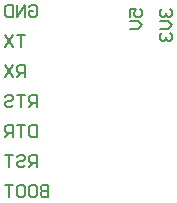
<source format=gbr>
%TF.GenerationSoftware,Altium Limited,Altium Designer,24.1.2 (44)*%
G04 Layer_Color=32896*
%FSLAX45Y45*%
%MOMM*%
%TF.SameCoordinates,66D67B9E-EE8B-469C-A6B4-FAA81B9CD0F6*%
%TF.FilePolarity,Positive*%
%TF.FileFunction,Legend,Bot*%
%TF.Part,Single*%
G01*
G75*
%TA.AperFunction,NonConductor*%
%ADD42C,0.15000*%
D42*
X14381580Y6126016D02*
Y6225984D01*
X14331596D01*
X14314935Y6209323D01*
Y6176000D01*
X14331596Y6159339D01*
X14381580D01*
X14348257D02*
X14314935Y6126016D01*
X14281613Y6225984D02*
X14214967D01*
X14248289D01*
Y6126016D01*
X14114999Y6209323D02*
X14131660Y6225984D01*
X14164983D01*
X14181645Y6209323D01*
Y6192661D01*
X14164983Y6176000D01*
X14131660D01*
X14114999Y6159339D01*
Y6142678D01*
X14131660Y6126016D01*
X14164983D01*
X14181645Y6142678D01*
X14481548Y5463984D02*
Y5364016D01*
X14431564D01*
X14414903Y5380678D01*
Y5397339D01*
X14431564Y5414000D01*
X14481548D01*
X14431564D01*
X14414903Y5430661D01*
Y5447323D01*
X14431564Y5463984D01*
X14481548D01*
X14331596D02*
X14364919D01*
X14381580Y5447323D01*
Y5380678D01*
X14364919Y5364016D01*
X14331596D01*
X14314935Y5380678D01*
Y5447323D01*
X14331596Y5463984D01*
X14231628D02*
X14264951D01*
X14281613Y5447323D01*
Y5380678D01*
X14264951Y5364016D01*
X14231628D01*
X14214967Y5380678D01*
Y5447323D01*
X14231628Y5463984D01*
X14181645D02*
X14114999D01*
X14148322D01*
Y5364016D01*
X15443677Y6955001D02*
X15427016Y6938339D01*
Y6905017D01*
X15443677Y6888356D01*
X15460339D01*
X15477000Y6905017D01*
Y6921678D01*
Y6905017D01*
X15493661Y6888356D01*
X15510323D01*
X15526984Y6905017D01*
Y6938339D01*
X15510323Y6955001D01*
X15427016Y6855033D02*
X15493661D01*
X15526984Y6821710D01*
X15493661Y6788388D01*
X15427016D01*
X15443677Y6755065D02*
X15427016Y6738404D01*
Y6705081D01*
X15443677Y6688420D01*
X15460339D01*
X15477000Y6705081D01*
Y6721742D01*
Y6705081D01*
X15493661Y6688420D01*
X15510323D01*
X15526984Y6705081D01*
Y6738404D01*
X15510323Y6755065D01*
X15173016Y6888356D02*
Y6955001D01*
X15223000D01*
X15206339Y6921678D01*
Y6905017D01*
X15223000Y6888356D01*
X15256322D01*
X15272984Y6905017D01*
Y6938339D01*
X15256322Y6955001D01*
X15173016Y6855033D02*
X15239661D01*
X15272984Y6821710D01*
X15239661Y6788388D01*
X15173016D01*
X14314935Y6971323D02*
X14331596Y6987984D01*
X14364919D01*
X14381580Y6971323D01*
Y6904678D01*
X14364919Y6888016D01*
X14331596D01*
X14314935Y6904678D01*
Y6938000D01*
X14348257D01*
X14281613Y6888016D02*
Y6987984D01*
X14214967Y6888016D01*
Y6987984D01*
X14181645D02*
Y6888016D01*
X14131660D01*
X14114999Y6904678D01*
Y6971323D01*
X14131660Y6987984D01*
X14181645D01*
X14281613Y6733984D02*
X14214967D01*
X14248289D01*
Y6634016D01*
X14181645Y6733984D02*
X14114999Y6634016D01*
Y6733984D02*
X14181645Y6634016D01*
X14281613Y6380016D02*
Y6479984D01*
X14231628D01*
X14214967Y6463323D01*
Y6430000D01*
X14231628Y6413339D01*
X14281613D01*
X14248289D02*
X14214967Y6380016D01*
X14181645Y6479984D02*
X14114999Y6380016D01*
Y6479984D02*
X14181645Y6380016D01*
X14381580Y5971984D02*
Y5872016D01*
X14331596D01*
X14314935Y5888678D01*
Y5955323D01*
X14331596Y5971984D01*
X14381580D01*
X14281613D02*
X14214967D01*
X14248289D01*
Y5872016D01*
X14181645D02*
Y5971984D01*
X14131660D01*
X14114999Y5955323D01*
Y5922000D01*
X14131660Y5905339D01*
X14181645D01*
X14148322D02*
X14114999Y5872016D01*
X14381580Y5618016D02*
Y5717984D01*
X14331596D01*
X14314935Y5701323D01*
Y5668000D01*
X14331596Y5651339D01*
X14381580D01*
X14348257D02*
X14314935Y5618016D01*
X14214967Y5701323D02*
X14231628Y5717984D01*
X14264951D01*
X14281613Y5701323D01*
Y5684661D01*
X14264951Y5668000D01*
X14231628D01*
X14214967Y5651339D01*
Y5634678D01*
X14231628Y5618016D01*
X14264951D01*
X14281613Y5634678D01*
X14181645Y5717984D02*
X14114999D01*
X14148322D01*
Y5618016D01*
%TF.MD5,8779a1fef62abd16437de0d54903a6a1*%
M02*

</source>
